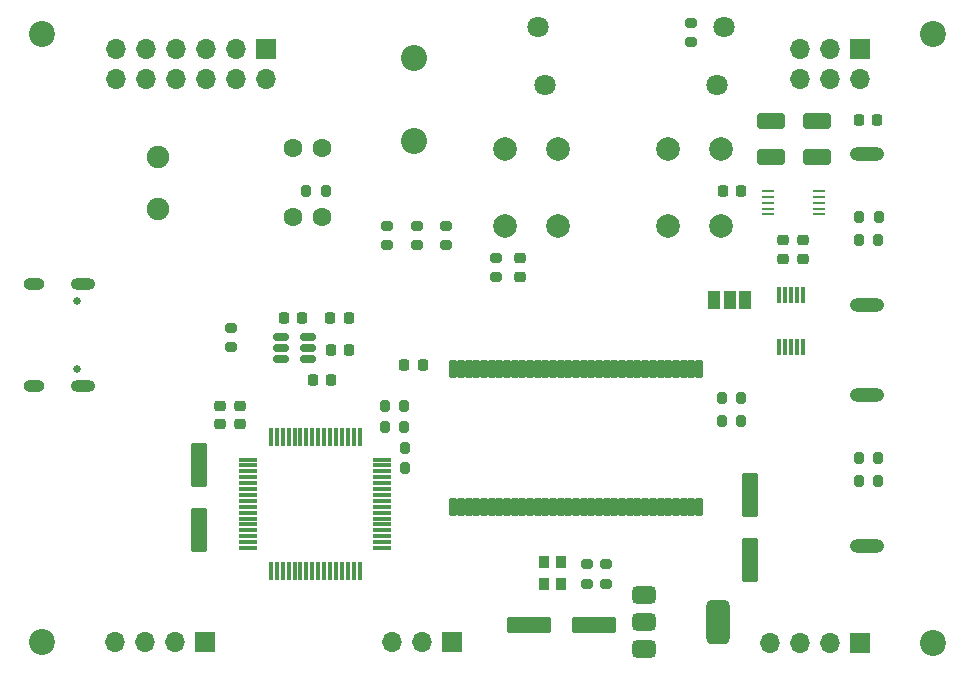
<source format=gbs>
G04 #@! TF.GenerationSoftware,KiCad,Pcbnew,7.0.10-7.0.10~ubuntu20.04.1*
G04 #@! TF.CreationDate,2024-05-01T22:25:20+02:00*
G04 #@! TF.ProjectId,endeavour,656e6465-6176-46f7-9572-2e6b69636164,rev?*
G04 #@! TF.SameCoordinates,Original*
G04 #@! TF.FileFunction,Soldermask,Bot*
G04 #@! TF.FilePolarity,Negative*
%FSLAX46Y46*%
G04 Gerber Fmt 4.6, Leading zero omitted, Abs format (unit mm)*
G04 Created by KiCad (PCBNEW 7.0.10-7.0.10~ubuntu20.04.1) date 2024-05-01 22:25:20*
%MOMM*%
%LPD*%
G01*
G04 APERTURE LIST*
G04 Aperture macros list*
%AMRoundRect*
0 Rectangle with rounded corners*
0 $1 Rounding radius*
0 $2 $3 $4 $5 $6 $7 $8 $9 X,Y pos of 4 corners*
0 Add a 4 corners polygon primitive as box body*
4,1,4,$2,$3,$4,$5,$6,$7,$8,$9,$2,$3,0*
0 Add four circle primitives for the rounded corners*
1,1,$1+$1,$2,$3*
1,1,$1+$1,$4,$5*
1,1,$1+$1,$6,$7*
1,1,$1+$1,$8,$9*
0 Add four rect primitives between the rounded corners*
20,1,$1+$1,$2,$3,$4,$5,0*
20,1,$1+$1,$4,$5,$6,$7,0*
20,1,$1+$1,$6,$7,$8,$9,0*
20,1,$1+$1,$8,$9,$2,$3,0*%
G04 Aperture macros list end*
%ADD10RoundRect,0.225000X-0.225000X-0.250000X0.225000X-0.250000X0.225000X0.250000X-0.225000X0.250000X0*%
%ADD11R,1.100000X0.250000*%
%ADD12R,0.300000X1.400000*%
%ADD13RoundRect,0.200000X-0.200000X-0.275000X0.200000X-0.275000X0.200000X0.275000X-0.200000X0.275000X0*%
%ADD14R,1.000000X1.500000*%
%ADD15RoundRect,0.225000X0.250000X-0.225000X0.250000X0.225000X-0.250000X0.225000X-0.250000X-0.225000X0*%
%ADD16RoundRect,0.250000X0.925000X-0.412500X0.925000X0.412500X-0.925000X0.412500X-0.925000X-0.412500X0*%
%ADD17R,1.700000X1.700000*%
%ADD18O,1.700000X1.700000*%
%ADD19C,2.200000*%
%ADD20RoundRect,0.200000X0.200000X0.275000X-0.200000X0.275000X-0.200000X-0.275000X0.200000X-0.275000X0*%
%ADD21R,0.950000X1.050000*%
%ADD22RoundRect,0.102000X-0.200000X-0.650000X0.200000X-0.650000X0.200000X0.650000X-0.200000X0.650000X0*%
%ADD23O,2.900000X1.200000*%
%ADD24C,1.800000*%
%ADD25C,1.600200*%
%ADD26C,1.905000*%
%ADD27C,2.209800*%
%ADD28RoundRect,0.102000X-0.600000X1.750000X-0.600000X-1.750000X0.600000X-1.750000X0.600000X1.750000X0*%
%ADD29RoundRect,0.102000X0.600000X-1.750000X0.600000X1.750000X-0.600000X1.750000X-0.600000X-1.750000X0*%
%ADD30RoundRect,0.102000X1.750000X0.600000X-1.750000X0.600000X-1.750000X-0.600000X1.750000X-0.600000X0*%
%ADD31O,1.800000X1.000000*%
%ADD32O,2.100000X1.000000*%
%ADD33C,0.650000*%
%ADD34RoundRect,0.075000X-0.075000X0.700000X-0.075000X-0.700000X0.075000X-0.700000X0.075000X0.700000X0*%
%ADD35RoundRect,0.075000X-0.700000X0.075000X-0.700000X-0.075000X0.700000X-0.075000X0.700000X0.075000X0*%
%ADD36RoundRect,0.375000X-0.625000X-0.375000X0.625000X-0.375000X0.625000X0.375000X-0.625000X0.375000X0*%
%ADD37RoundRect,0.500000X-0.500000X-1.400000X0.500000X-1.400000X0.500000X1.400000X-0.500000X1.400000X0*%
%ADD38RoundRect,0.150000X-0.512500X-0.150000X0.512500X-0.150000X0.512500X0.150000X-0.512500X0.150000X0*%
%ADD39C,2.000000*%
%ADD40RoundRect,0.200000X0.275000X-0.200000X0.275000X0.200000X-0.275000X0.200000X-0.275000X-0.200000X0*%
%ADD41RoundRect,0.200000X-0.275000X0.200000X-0.275000X-0.200000X0.275000X-0.200000X0.275000X0.200000X0*%
%ADD42RoundRect,0.218750X-0.218750X-0.256250X0.218750X-0.256250X0.218750X0.256250X-0.218750X0.256250X0*%
%ADD43RoundRect,0.225000X0.225000X0.250000X-0.225000X0.250000X-0.225000X-0.250000X0.225000X-0.250000X0*%
G04 APERTURE END LIST*
D10*
X115600000Y-91250000D03*
X117150000Y-91250000D03*
D11*
X150700000Y-76500000D03*
X150700000Y-77000000D03*
X150700000Y-77500000D03*
X150700000Y-78000000D03*
X150700000Y-78500000D03*
X146400000Y-78500000D03*
X146400000Y-78000000D03*
X146400000Y-77500000D03*
X146400000Y-77000000D03*
X146400000Y-76500000D03*
D12*
X149350000Y-89750000D03*
X148850000Y-89750000D03*
X148350000Y-89750000D03*
X147850000Y-89750000D03*
X147350000Y-89750000D03*
X147350000Y-85350000D03*
X147850000Y-85350000D03*
X148350000Y-85350000D03*
X148850000Y-85350000D03*
X149350000Y-85350000D03*
D13*
X142500000Y-96000000D03*
X144150000Y-96000000D03*
X142500000Y-94000000D03*
X144150000Y-94000000D03*
D14*
X141850000Y-85750000D03*
X143150000Y-85750000D03*
X144450000Y-85750000D03*
D10*
X142600000Y-76500000D03*
X144150000Y-76500000D03*
D15*
X147650000Y-82250000D03*
X147650000Y-80700000D03*
X149400000Y-82250000D03*
X149400000Y-80700000D03*
D10*
X154100000Y-70500000D03*
X155650000Y-70500000D03*
D16*
X146650000Y-70575000D03*
X146650000Y-73650000D03*
X150550000Y-73650000D03*
X150550000Y-70575000D03*
D17*
X103900000Y-64460000D03*
D18*
X103900000Y-67000000D03*
X101360000Y-64460000D03*
X101360000Y-67000000D03*
X98820000Y-64460000D03*
X98820000Y-67000000D03*
X96280000Y-64460000D03*
X96280000Y-67000000D03*
X93740000Y-64460000D03*
X93740000Y-67000000D03*
X91200000Y-64460000D03*
X91200000Y-67000000D03*
X149070000Y-67040000D03*
X149070000Y-64500000D03*
X151610000Y-67040000D03*
X151610000Y-64500000D03*
X154150000Y-67040000D03*
D17*
X154150000Y-64500000D03*
D19*
X160400000Y-63250000D03*
X84900000Y-63250000D03*
D20*
X115650000Y-100000000D03*
X115650000Y-98250000D03*
D21*
X128900000Y-109750000D03*
X128900000Y-107900000D03*
X127450000Y-107900000D03*
X127450000Y-109750000D03*
D22*
X119750000Y-91550000D03*
X120400000Y-91550000D03*
X121050000Y-91550000D03*
X121700000Y-91550000D03*
X122350000Y-91550000D03*
X123000000Y-91550000D03*
X123650000Y-91550000D03*
X124300000Y-91550000D03*
X124950000Y-91550000D03*
X125600000Y-91550000D03*
X126250000Y-91550000D03*
X126900000Y-91550000D03*
X127550000Y-91550000D03*
X128200000Y-91550000D03*
X128850000Y-91550000D03*
X129500000Y-91550000D03*
X130150000Y-91550000D03*
X130800000Y-91550000D03*
X131450000Y-91550000D03*
X132100000Y-91550000D03*
X132750000Y-91550000D03*
X133400000Y-91550000D03*
X134050000Y-91550000D03*
X134700000Y-91550000D03*
X135350000Y-91550000D03*
X136000000Y-91550000D03*
X136650000Y-91550000D03*
X137300000Y-91550000D03*
X137950000Y-91550000D03*
X138600000Y-91550000D03*
X139250000Y-91550000D03*
X139900000Y-91550000D03*
X140550000Y-91550000D03*
X140550000Y-103250000D03*
X139900000Y-103250000D03*
X139250000Y-103250000D03*
X138600000Y-103250000D03*
X137950000Y-103250000D03*
X137300000Y-103250000D03*
X136650000Y-103250000D03*
X136000000Y-103250000D03*
X135350000Y-103250000D03*
X134700000Y-103250000D03*
X134050000Y-103250000D03*
X133400000Y-103250000D03*
X132750000Y-103250000D03*
X132100000Y-103250000D03*
X131450000Y-103250000D03*
X130800000Y-103250000D03*
X130150000Y-103250000D03*
X129500000Y-103250000D03*
X128850000Y-103250000D03*
X128200000Y-103250000D03*
X127550000Y-103250000D03*
X126900000Y-103250000D03*
X126250000Y-103250000D03*
X125600000Y-103250000D03*
X124950000Y-103250000D03*
X124300000Y-103250000D03*
X123650000Y-103250000D03*
X123000000Y-103250000D03*
X122350000Y-103250000D03*
X121700000Y-103250000D03*
X121050000Y-103250000D03*
X120400000Y-103250000D03*
X119750000Y-103250000D03*
D23*
X154750000Y-73350000D03*
X154750000Y-86150000D03*
X154750000Y-93750000D03*
X154750000Y-106550000D03*
D24*
X126950000Y-62600000D03*
X142650000Y-62600000D03*
X127550000Y-67500000D03*
X142050000Y-67500000D03*
D18*
X91150000Y-114725000D03*
X93690000Y-114725000D03*
X96230000Y-114725000D03*
D17*
X98770000Y-114725000D03*
D25*
X106160800Y-78749300D03*
X108650000Y-78749300D03*
X106160800Y-72856500D03*
X108650000Y-72856500D03*
D26*
X94730800Y-78000000D03*
X94730800Y-73605800D03*
D19*
X160400000Y-114750000D03*
D18*
X146530000Y-114750000D03*
X149070000Y-114750000D03*
X151610000Y-114750000D03*
D17*
X154150000Y-114750000D03*
D27*
X116400000Y-72250000D03*
X116400000Y-65250002D03*
D28*
X144900000Y-107750000D03*
X144900000Y-102250000D03*
D29*
X98216118Y-99750000D03*
X98216118Y-105250000D03*
D30*
X126150000Y-113250000D03*
X131650000Y-113250000D03*
D20*
X115616118Y-96500000D03*
X113966118Y-96500000D03*
D31*
X84230800Y-93000000D03*
D32*
X88410800Y-93000000D03*
D31*
X84230800Y-84360000D03*
D32*
X88410800Y-84360000D03*
D33*
X87910800Y-91570000D03*
X87910800Y-85790000D03*
D34*
X104316118Y-97325000D03*
X104816118Y-97325000D03*
X105316118Y-97325000D03*
X105816118Y-97325000D03*
X106316118Y-97325000D03*
X106816118Y-97325000D03*
X107316118Y-97325000D03*
X107816118Y-97325000D03*
X108316118Y-97325000D03*
X108816118Y-97325000D03*
X109316118Y-97325000D03*
X109816118Y-97325000D03*
X110316118Y-97325000D03*
X110816118Y-97325000D03*
X111316118Y-97325000D03*
X111816118Y-97325000D03*
D35*
X113741118Y-99250000D03*
X113741118Y-99750000D03*
X113741118Y-100250000D03*
X113741118Y-100750000D03*
X113741118Y-101250000D03*
X113741118Y-101750000D03*
X113741118Y-102250000D03*
X113741118Y-102750000D03*
X113741118Y-103250000D03*
X113741118Y-103750000D03*
X113741118Y-104250000D03*
X113741118Y-104750000D03*
X113741118Y-105250000D03*
X113741118Y-105750000D03*
X113741118Y-106250000D03*
X113741118Y-106750000D03*
D34*
X111816118Y-108675000D03*
X111316118Y-108675000D03*
X110816118Y-108675000D03*
X110316118Y-108675000D03*
X109816118Y-108675000D03*
X109316118Y-108675000D03*
X108816118Y-108675000D03*
X108316118Y-108675000D03*
X107816118Y-108675000D03*
X107316118Y-108675000D03*
X106816118Y-108675000D03*
X106316118Y-108675000D03*
X105816118Y-108675000D03*
X105316118Y-108675000D03*
X104816118Y-108675000D03*
X104316118Y-108675000D03*
D35*
X102391118Y-106750000D03*
X102391118Y-106250000D03*
X102391118Y-105750000D03*
X102391118Y-105250000D03*
X102391118Y-104750000D03*
X102391118Y-104250000D03*
X102391118Y-103750000D03*
X102391118Y-103250000D03*
X102391118Y-102750000D03*
X102391118Y-102250000D03*
X102391118Y-101750000D03*
X102391118Y-101250000D03*
X102391118Y-100750000D03*
X102391118Y-100250000D03*
X102391118Y-99750000D03*
X102391118Y-99250000D03*
D36*
X135900000Y-110700000D03*
D37*
X142200000Y-113000000D03*
D36*
X135900000Y-113000000D03*
X135900000Y-115300000D03*
D38*
X107450000Y-90750000D03*
X107450000Y-89800000D03*
X107450000Y-88850000D03*
X105175000Y-88850000D03*
X105175000Y-89800000D03*
X105175000Y-90750000D03*
D39*
X137900000Y-73000000D03*
X137900000Y-79500000D03*
X142400000Y-73000000D03*
X142400000Y-79500000D03*
X124150000Y-73000000D03*
X124150000Y-79500000D03*
X128650000Y-73000000D03*
X128650000Y-79500000D03*
D40*
X139900000Y-62250000D03*
X139900000Y-63900000D03*
D20*
X113966118Y-94750000D03*
X115616118Y-94750000D03*
D13*
X108975000Y-76500000D03*
X107325000Y-76500000D03*
D40*
X132650000Y-108100000D03*
X132650000Y-109750000D03*
X131100000Y-108100000D03*
X131100000Y-109750000D03*
D41*
X100900000Y-89750000D03*
X100900000Y-88100000D03*
D13*
X155775000Y-78700000D03*
X154125000Y-78700000D03*
X154100000Y-99100000D03*
X155750000Y-99100000D03*
X155725000Y-80700000D03*
X154075000Y-80700000D03*
X154075000Y-101100000D03*
X155725000Y-101100000D03*
D41*
X119150000Y-79450000D03*
X119150000Y-81100000D03*
X116650000Y-79450000D03*
X116650000Y-81100000D03*
X114150000Y-81100000D03*
X114150000Y-79450000D03*
X123400000Y-83825000D03*
X123400000Y-82175000D03*
D42*
X110962500Y-90000000D03*
X109387500Y-90000000D03*
D18*
X114570000Y-114725000D03*
X117110000Y-114725000D03*
D17*
X119650000Y-114725000D03*
D15*
X125400000Y-82225000D03*
X125400000Y-83775000D03*
D43*
X109350000Y-87250000D03*
X110900000Y-87250000D03*
X107875000Y-92500000D03*
X109425000Y-92500000D03*
D10*
X106950000Y-87250000D03*
X105400000Y-87250000D03*
D15*
X101716118Y-94700000D03*
X101716118Y-96250000D03*
X99966118Y-94700000D03*
X99966118Y-96250000D03*
D19*
X84900000Y-114725000D03*
M02*

</source>
